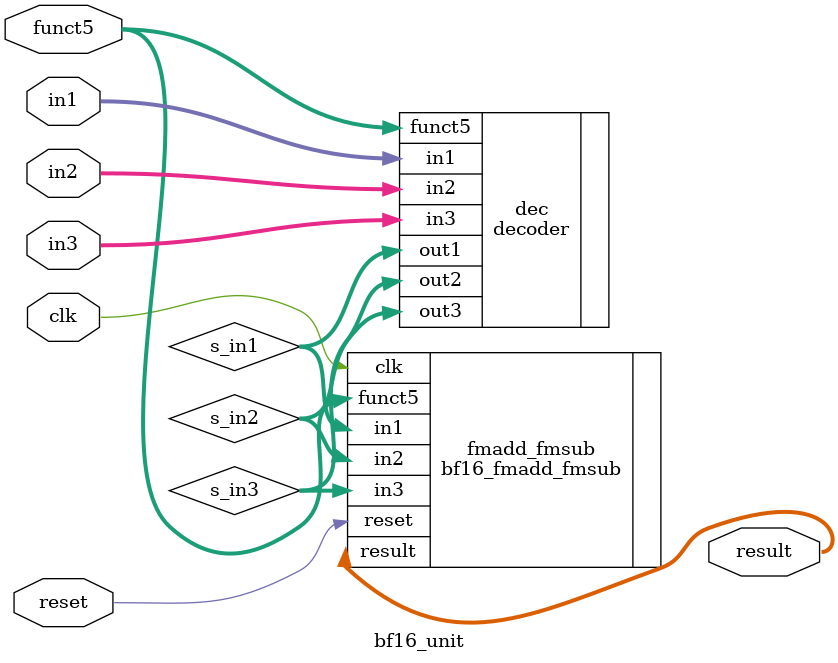
<source format=v>

module bf16_unit(
	input wire clk,
	input wire reset,
	input wire [15:0] in1,
	input wire [15:0] in2,
	input wire [15:0] in3,
	input wire [4:0] funct5,
	output wire [15:0] result
);

	wire [15:0] s_in1;
	wire [15:0] s_in2;
	wire [15:0] s_in3;

	decoder dec(
		.in1(in1),
		.in2(in2),
		.in3(in3),
		.funct5(funct5),
		.out1(s_in1),
		.out2(s_in2),
		.out3(s_in3) );

	bf16_fmadd_fmsub fmadd_fmsub(
		.clk(clk),
		.reset(reset),
		.in1(s_in1),
		.in2(s_in2),
		.in3(s_in3),
		.funct5(funct5),
		.result(result) );

endmodule

</source>
